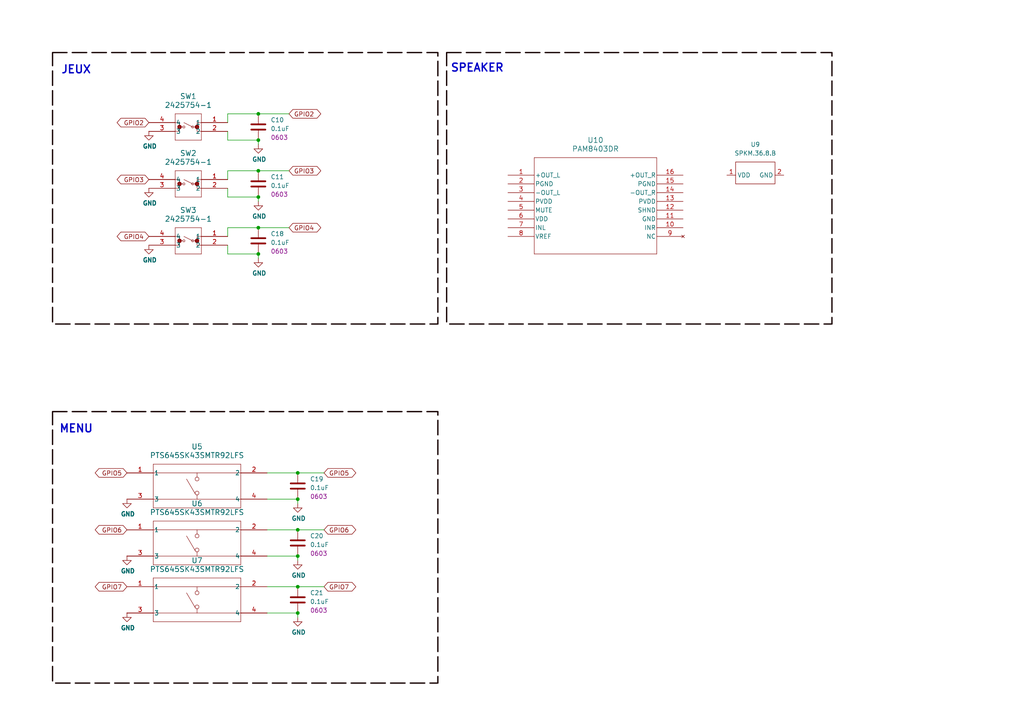
<source format=kicad_sch>
(kicad_sch (version 20250114) (generator "eeschema") (generator_version "9.0")
  (paper "A4")
  (lib_symbols
    (symbol "Device:C" (pin_numbers (hide yes)) (pin_names (offset 0.254))
      (property "Reference" "C" (at 0.635 2.54 0))
      (property "Value" "C" (at 0.635 -2.54 0))
      (symbol "C_0_1"
        (polyline (pts (xy -2.032 0.762) (xy 2.032 0.762)) (stroke (width 0.508)))
        (polyline (pts (xy -2.032 -0.762) (xy 2.032 -0.762)) (stroke (width 0.508)))
      )
      (symbol "C_1_1"
        (pin passive line (at 0 3.81 270) (length 2.794) (name "~") (number "1"))
        (pin passive line (at 0 -3.81 90) (length 2.794) (name "~") (number "2"))
      )
    )
    (symbol "LIB:2425754-1" (pin_names (offset 0.254))
      (property "Reference" "SW" (at 11.43 7.62 0))
      (property "Value" "2425754-1" (at 12.7 5.08 0))
      (symbol "2425754-1_0_1"
        (polyline (pts (xy 7.62 2.54) (xy 7.62 -5.08)) (stroke (width 0.127)))
        (polyline (pts (xy 7.62 0) (xy 8.89 0)) (stroke (width 0.127)))
        (polyline (pts (xy 7.62 -5.08) (xy 15.24 -5.08)) (stroke (width 0.127)))
        (polyline (pts (xy 8.89 0) (xy 8.89 -2.54)) (stroke (width 0.127)))
        (polyline (pts (xy 8.89 -1.27) (xy 9.8425 -1.27)) (stroke (width 0.127)))
        (circle (center 8.89 -1.27) (radius 0.127) (stroke (width 0.508)))
        (polyline (pts (xy 8.89 -2.54) (xy 7.62 -2.54)) (stroke (width 0.127)))
        (polyline (pts (xy 10.16 -1.27) (xy 12.7 0)) (stroke (width 0.127)))
        (circle (center 10.16 -1.27) (radius 0.3048) (stroke (width 0.127)))
        (circle (center 12.7 -1.27) (radius 0.3048) (stroke (width 0.127)))
        (polyline (pts (xy 13.0175 -1.27) (xy 13.97 -1.27)) (stroke (width 0.127)))
        (polyline (pts (xy 13.97 0) (xy 13.97 -2.54)) (stroke (width 0.127)))
        (polyline (pts (xy 13.97 0) (xy 15.24 0)) (stroke (width 0.127)))
        (circle (center 13.97 -1.27) (radius 0.127) (stroke (width 0.508)))
        (polyline (pts (xy 13.97 -2.54) (xy 15.24 -2.54)) (stroke (width 0.127)))
        (polyline (pts (xy 15.24 2.54) (xy 7.62 2.54)) (stroke (width 0.127)))
        (polyline (pts (xy 15.24 -5.08) (xy 15.24 2.54)) (stroke (width 0.127)))
        (pin unspecified line (at 0 0 0) (length 7.62) (name "1") (number "1"))
        (pin unspecified line (at 0 -2.54 0) (length 7.62) (name "2") (number "2"))
        (pin unspecified line (at 22.86 0 180) (length 7.62) (name "4") (number "4"))
        (pin unspecified line (at 22.86 -2.54 180) (length 7.62) (name "3") (number "3"))
      )
    )
    (symbol "Library:PAM8403DR" (pin_names (offset 0.254))
      (property "Reference" "U" (at 25.4 10.16 0))
      (property "Value" "PAM8403DR" (at 25.4 7.62 0))
      (symbol "PAM8403DR_0_1"
        (polyline (pts (xy 7.62 5.08) (xy 7.62 -22.86)) (stroke (width 0.127)))
        (polyline (pts (xy 7.62 -22.86) (xy 43.18 -22.86)) (stroke (width 0.127)))
        (polyline (pts (xy 43.18 5.08) (xy 7.62 5.08)) (stroke (width 0.127)))
        (polyline (pts (xy 43.18 -22.86) (xy 43.18 5.08)) (stroke (width 0.127)))
        (pin output line (at 0 0 0) (length 7.62) (name "+OUT_L") (number "1"))
        (pin power_out line (at 0 -2.54 0) (length 7.62) (name "PGND") (number "2"))
        (pin output line (at 0 -5.08 0) (length 7.62) (name "-OUT_L") (number "3"))
        (pin power_in line (at 0 -7.62 0) (length 7.62) (name "PVDD") (number "4"))
        (pin unspecified line (at 0 -10.16 0) (length 7.62) (name "MUTE") (number "5"))
        (pin power_in line (at 0 -12.7 0) (length 7.62) (name "VDD") (number "6"))
        (pin unspecified line (at 0 -15.24 0) (length 7.62) (name "INL") (number "7"))
        (pin power_in line (at 0 -17.78 0) (length 7.62) (name "VREF") (number "8"))
        (pin output line (at 50.8 0 180) (length 7.62) (name "+OUT_R") (number "16"))
        (pin power_out line (at 50.8 -2.54 180) (length 7.62) (name "PGND") (number "15"))
        (pin output line (at 50.8 -5.08 180) (length 7.62) (name "-OUT_R") (number "14"))
        (pin power_in line (at 50.8 -7.62 180) (length 7.62) (name "PVDD") (number "13"))
        (pin unspecified line (at 50.8 -10.16 180) (length 7.62) (name "SHND") (number "12"))
        (pin power_out line (at 50.8 -12.7 180) (length 7.62) (name "GND") (number "11"))
        (pin unspecified line (at 50.8 -15.24 180) (length 7.62) (name "INR") (number "10"))
        (pin no_connect line (at 50.8 -17.78 180) (length 7.62) (name "NC") (number "9"))
      )
    )
    (symbol "Library:PTS645SK43SMTR92LFS" (pin_names (offset 0.254))
      (property "Reference" "U" (at 20.32 7.62 0))
      (property "Value" "PTS645SK43SMTR92LFS" (at 20.32 5.08 0))
      (symbol "PTS645SK43SMTR92LFS_0_1"
        (polyline (pts (xy 7.62 2.54) (xy 7.62 -10.16)) (stroke (width 0.127)))
        (polyline (pts (xy 7.62 0) (xy 33.02 0)) (stroke (width 0.127)))
        (polyline (pts (xy 7.62 -7.62) (xy 33.02 -7.62)) (stroke (width 0.127)))
        (polyline (pts (xy 7.62 -10.16) (xy 33.02 -10.16)) (stroke (width 0.127)))
        (polyline (pts (xy 19.812 -6.096) (xy 17.272 -1.778)) (stroke (width 0.127)))
        (polyline (pts (xy 20.32 0) (xy 20.32 -1.27)) (stroke (width 0.127)))
        (circle (center 20.32 -1.778) (radius 0.5588) (stroke (width 0.127)))
        (circle (center 20.32 -5.842) (radius 0.5588) (stroke (width 0.127)))
        (polyline (pts (xy 20.32 -7.62) (xy 20.32 -6.35)) (stroke (width 0.127)))
        (polyline (pts (xy 33.02 2.54) (xy 7.62 2.54)) (stroke (width 0.127)))
        (polyline (pts (xy 33.02 -10.16) (xy 33.02 2.54)) (stroke (width 0.127)))
        (pin unspecified line (at 0 0 0) (length 7.62) (name "1") (number "1"))
        (pin unspecified line (at 0 -7.62 0) (length 7.62) (name "3") (number "3"))
        (pin unspecified line (at 40.64 0 180) (length 7.62) (name "2") (number "2"))
        (pin unspecified line (at 40.64 -7.62 180) (length 7.62) (name "4") (number "4"))
      )
    )
    (symbol "Library:SPEAKER"
      (property "Reference" "U" (at 0 0 0))
      (property "Value" "SPKM.36.8.B" (at 0 0 0))
      (symbol "SPEAKER_0_1"
        (rectangle (start -1.27 1.27) (end 10.16 -5.08))
      )
      (symbol "SPEAKER_1_1"
        (pin input line (at -3.81 -2.54 0) (length 2.54) (name "VDD") (number "1"))
        (pin input line (at 12.7 -2.54 180) (length 2.54) (name "GND") (number "2"))
      )
    )
    (symbol "power:GND" (power) (pin_numbers (hide yes)) (pin_names (offset 0) (hide yes))
      (property "Value" "GND" (at 0 -3.81 0))
      (symbol "GND_0_1"
        (polyline (pts (xy 0 0) (xy 0 -1.27) (xy 1.27 -1.27) (xy 0 -2.54) (xy -1.27 -1.27) (xy 0 -1.27)))
      )
      (symbol "GND_1_1"
        (pin power_in line (at 0 0 270) (length 0) (name "~") (number "1"))
      )
    )
  )
  (rectangle (start 15.24 119.38) (end 127 198.12) (stroke (width 0.381) (type dash) (color 20 0 0 1)))
  (rectangle (start 15.24 15.24) (end 127 93.98) (stroke (width 0.381) (type dash) (color 20 0 0 1)))
  (rectangle (start 129.54 15.24) (end 241.3 93.98) (stroke (width 0.381) (type dash) (color 20 0 0 1)))
  (text "JEUX\n" (at 22.098 20.32 0) (effects (font (size 2.286 2.286) (thickness 0.4064) (bold yes))))
  (text "SPEAKER\n" (at 138.43 19.812 0) (effects (font (size 2.286 2.286) (thickness 0.4064) (bold yes))))
  (text "MENU" (at 22.098 124.46 0) (effects (font (size 2.286 2.286) (thickness 0.4064) (bold yes))))
  (junction (at 86.36 161.29))
  (junction (at 86.36 177.8))
  (junction (at 74.93 49.53))
  (junction (at 86.36 137.16))
  (junction (at 74.93 57.15))
  (junction (at 74.93 73.66))
  (junction (at 74.93 33.02))
  (junction (at 86.36 170.18))
  (junction (at 74.93 40.64))
  (junction (at 86.36 144.78))
  (junction (at 86.36 153.67))
  (junction (at 74.93 66.04))
  (wire (pts (xy 66.04 66.04) (xy 74.93 66.04)))
  (wire (pts (xy 66.04 40.64) (xy 74.93 40.64)))
  (wire (pts (xy 66.04 71.12) (xy 66.04 73.66)))
  (wire (pts (xy 66.04 35.56) (xy 66.04 33.02)))
  (wire (pts (xy 93.98 137.16) (xy 86.36 137.16)))
  (wire (pts (xy 83.82 49.53) (xy 74.93 49.53)))
  (wire (pts (xy 66.04 57.15) (xy 74.93 57.15)))
  (wire (pts (xy 77.47 170.18) (xy 86.36 170.18)))
  (wire (pts (xy 86.36 146.05) (xy 86.36 144.78)))
  (wire (pts (xy 66.04 73.66) (xy 74.93 73.66)))
  (wire (pts (xy 93.98 153.67) (xy 86.36 153.67)))
  (wire (pts (xy 74.93 41.91) (xy 74.93 40.64)))
  (wire (pts (xy 77.47 137.16) (xy 86.36 137.16)))
  (wire (pts (xy 93.98 170.18) (xy 86.36 170.18)))
  (wire (pts (xy 83.82 66.04) (xy 74.93 66.04)))
  (wire (pts (xy 77.47 144.78) (xy 86.36 144.78)))
  (wire (pts (xy 77.47 161.29) (xy 86.36 161.29)))
  (wire (pts (xy 66.04 33.02) (xy 74.93 33.02)))
  (wire (pts (xy 86.36 179.07) (xy 86.36 177.8)))
  (wire (pts (xy 66.04 54.61) (xy 66.04 57.15)))
  (wire (pts (xy 66.04 66.04) (xy 66.04 68.58)))
  (wire (pts (xy 66.04 38.1) (xy 66.04 40.64)))
  (wire (pts (xy 77.47 177.8) (xy 86.36 177.8)))
  (wire (pts (xy 66.04 49.53) (xy 74.93 49.53)))
  (wire (pts (xy 74.93 58.42) (xy 74.93 57.15)))
  (wire (pts (xy 77.47 153.67) (xy 86.36 153.67)))
  (wire (pts (xy 83.82 33.02) (xy 74.93 33.02)))
  (wire (pts (xy 74.93 74.93) (xy 74.93 73.66)))
  (wire (pts (xy 86.36 162.56) (xy 86.36 161.29)))
  (wire (pts (xy 66.04 49.53) (xy 66.04 52.07)))
  (global_label "GPIO6" (shape bidirectional) (at 36.83 153.67 180) (property "Intersheetrefs" "${INTERSHEET_REFS}" (effects (hide yes))))
  (global_label "GPIO5" (shape bidirectional) (at 36.83 137.16 180) (property "Intersheetrefs" "${INTERSHEET_REFS}" (effects (hide yes))))
  (global_label "GPIO6" (shape bidirectional) (at 93.98 153.67 0) (property "Intersheetrefs" "${INTERSHEET_REFS}" (effects (hide yes))))
  (global_label "GPIO4" (shape bidirectional) (at 43.18 68.58 180) (property "Intersheetrefs" "${INTERSHEET_REFS}" (effects (hide yes))))
  (global_label "GPIO3" (shape bidirectional) (at 43.18 52.07 180) (property "Intersheetrefs" "${INTERSHEET_REFS}" (effects (hide yes))))
  (global_label "GPIO5" (shape bidirectional) (at 93.98 137.16 0) (property "Intersheetrefs" "${INTERSHEET_REFS}" (effects (hide yes))))
  (global_label "GPIO2" (shape bidirectional) (at 83.82 33.02 0) (property "Intersheetrefs" "${INTERSHEET_REFS}" (effects (hide yes))))
  (global_label "GPIO7" (shape bidirectional) (at 36.83 170.18 180) (property "Intersheetrefs" "${INTERSHEET_REFS}" (effects (hide yes))))
  (global_label "GPIO7" (shape bidirectional) (at 93.98 170.18 0) (property "Intersheetrefs" "${INTERSHEET_REFS}" (effects (hide yes))))
  (global_label "GPIO4" (shape bidirectional) (at 83.82 66.04 0) (property "Intersheetrefs" "${INTERSHEET_REFS}" (effects (hide yes))))
  (global_label "GPIO3" (shape bidirectional) (at 83.82 49.53 0) (property "Intersheetrefs" "${INTERSHEET_REFS}" (effects (hide yes))))
  (global_label "GPIO2" (shape bidirectional) (at 43.18 35.56 180) (property "Intersheetrefs" "${INTERSHEET_REFS}" (effects (hide yes))))
  (symbol (lib_id "LIB:2425754-1") (at 66.04 68.58 0) (mirror y) (unit 1)
    (property "Reference" "SW3" (at 54.61 60.96 0) (effects (font (size 1.524 1.524))))
    (property "Value" "2425754-1" (at 54.61 63.5 0) (effects (font (size 1.524 1.524))))
    (property "Footprint" "Library:2425754-1_TEC" (effects (hide yes)))
    (property "Datasheet" "https://www.te.com/commerce/DocumentDelivery/DDEController?Action=srchrtrv&DocNm=alcoswitch-tactile-switches&DocType=Data+Sheet&DocLang=English&PartCntxt=2425754-1&DocFormat=pdf" (effects (hide yes)))
  )
  (symbol (lib_id "power:GND") (at 74.93 41.91 0) (unit 1)
    (property "Reference" "#PWR042" (effects (hide yes)))
    (property "Value" "GND" (at 75.184 46.228 0) (effects (font (bold yes))))
    (property "Description" "Power symbol creates a global label with name \"GND\" , ground" (effects (hide yes)))
  )
  (symbol (lib_id "LIB:2425754-1") (at 66.04 52.07 0) (mirror y) (unit 1)
    (property "Reference" "SW2" (at 54.61 44.45 0) (effects (font (size 1.524 1.524))))
    (property "Value" "2425754-1" (at 54.61 46.99 0) (effects (font (size 1.524 1.524))))
    (property "Footprint" "Library:2425754-1_TEC" (effects (hide yes)))
    (property "Datasheet" "https://www.te.com/commerce/DocumentDelivery/DDEController?Action=srchrtrv&DocNm=alcoswitch-tactile-switches&DocType=Data+Sheet&DocLang=English&PartCntxt=2425754-1&DocFormat=pdf" (effects (hide yes)))
  )
  (symbol (lib_id "Library:SPEAKER") (at 214.63 48.26 0) (unit 1)
    (property "Reference" "U9" (at 219.075 41.91 0))
    (property "Value" "SPKM.36.8.B" (at 219.075 44.45 0))
    (property "Footprint" "Library:SPEAKER" (effects (hide yes)))
    (property "Datasheet" "https://www.taoglas.com/datasheets/SPKM.36.8.B.pdf" (effects (hide yes)))
  )
  (symbol (lib_id "Device:C") (at 74.93 53.34 0) (unit 1)
    (property "Reference" "C11" (at 78.486 51.308 0) (effects (justify left)))
    (property "Value" "0.1uF" (at 78.486 53.848 0) (effects (justify left)))
    (property "Footprint" "Capacitor_SMD:C_0603_1608Metric" (effects (hide yes)))
    (property "Description" "Unpolarized capacitor" (effects (hide yes)))
    (property "PCKG" "0603" (at 81.026 56.388 0))
  )
  (symbol (lib_id "power:GND") (at 36.83 177.8 0) (unit 1)
    (property "Reference" "#PWR048" (effects (hide yes)))
    (property "Value" "GND" (at 37.084 182.118 0) (effects (font (bold yes))))
    (property "Description" "Power symbol creates a global label with name \"GND\" , ground" (effects (hide yes)))
  )
  (symbol (lib_id "power:GND") (at 43.18 71.12 0) (unit 1)
    (property "Reference" "#PWR045" (effects (hide yes)))
    (property "Value" "GND" (at 43.434 75.438 0) (effects (font (bold yes))))
    (property "Description" "Power symbol creates a global label with name \"GND\" , ground" (effects (hide yes)))
  )
  (symbol (lib_id "Library:PTS645SK43SMTR92LFS") (at 36.83 137.16 0) (unit 1)
    (property "Reference" "U5" (at 57.15 129.54 0) (effects (font (size 1.524 1.524))))
    (property "Value" "PTS645SK43SMTR92LFS" (at 57.15 132.08 0) (effects (font (size 1.524 1.524))))
    (property "Footprint" "Library:SWITCH_45SK43SMTR92LFS" (effects (hide yes)))
    (property "Datasheet" "PTS645SK43SMTR92LFS" (effects (hide yes)))
  )
  (symbol (lib_id "power:GND") (at 43.18 38.1 0) (unit 1)
    (property "Reference" "#PWR043" (effects (hide yes)))
    (property "Value" "GND" (at 43.434 42.418 0) (effects (font (bold yes))))
    (property "Description" "Power symbol creates a global label with name \"GND\" , ground" (effects (hide yes)))
  )
  (symbol (lib_id "Library:PTS645SK43SMTR92LFS") (at 36.83 170.18 0) (unit 1)
    (property "Reference" "U7" (at 57.15 162.56 0) (effects (font (size 1.524 1.524))))
    (property "Value" "PTS645SK43SMTR92LFS" (at 57.15 165.1 0) (effects (font (size 1.524 1.524))))
    (property "Footprint" "Library:SWITCH_45SK43SMTR92LFS" (effects (hide yes)))
    (property "Datasheet" "PTS645SK43SMTR92LFS" (effects (hide yes)))
  )
  (symbol (lib_id "Device:C") (at 86.36 157.48 0) (unit 1)
    (property "Reference" "C20" (at 89.916 155.448 0) (effects (justify left)))
    (property "Value" "0.1uF" (at 89.916 157.988 0) (effects (justify left)))
    (property "Footprint" "Capacitor_SMD:C_0603_1608Metric" (effects (hide yes)))
    (property "Description" "Unpolarized capacitor" (effects (hide yes)))
    (property "PCKG" "0603" (at 92.456 160.528 0))
  )
  (symbol (lib_id "Device:C") (at 86.36 173.99 0) (unit 1)
    (property "Reference" "C21" (at 89.916 171.958 0) (effects (justify left)))
    (property "Value" "0.1uF" (at 89.916 174.498 0) (effects (justify left)))
    (property "Footprint" "Capacitor_SMD:C_0603_1608Metric" (effects (hide yes)))
    (property "Description" "Unpolarized capacitor" (effects (hide yes)))
    (property "PCKG" "0603" (at 92.456 177.038 0))
  )
  (symbol (lib_id "Device:C") (at 86.36 140.97 0) (unit 1)
    (property "Reference" "C19" (at 89.916 138.938 0) (effects (justify left)))
    (property "Value" "0.1uF" (at 89.916 141.478 0) (effects (justify left)))
    (property "Footprint" "Capacitor_SMD:C_0603_1608Metric" (effects (hide yes)))
    (property "Description" "Unpolarized capacitor" (effects (hide yes)))
    (property "PCKG" "0603" (at 92.456 144.018 0))
  )
  (symbol (lib_id "power:GND") (at 36.83 161.29 0) (unit 1)
    (property "Reference" "#PWR047" (effects (hide yes)))
    (property "Value" "GND" (at 37.084 165.608 0) (effects (font (bold yes))))
    (property "Description" "Power symbol creates a global label with name \"GND\" , ground" (effects (hide yes)))
  )
  (symbol (lib_id "power:GND") (at 86.36 179.07 0) (unit 1)
    (property "Reference" "#PWR052" (effects (hide yes)))
    (property "Value" "GND" (at 86.614 183.388 0) (effects (font (bold yes))))
    (property "Description" "Power symbol creates a global label with name \"GND\" , ground" (effects (hide yes)))
  )
  (symbol (lib_id "power:GND") (at 86.36 146.05 0) (unit 1)
    (property "Reference" "#PWR050" (effects (hide yes)))
    (property "Value" "GND" (at 86.614 150.368 0) (effects (font (bold yes))))
    (property "Description" "Power symbol creates a global label with name \"GND\" , ground" (effects (hide yes)))
  )
  (symbol (lib_id "power:GND") (at 74.93 58.42 0) (unit 1)
    (property "Reference" "#PWR025" (effects (hide yes)))
    (property "Value" "GND" (at 75.184 62.738 0) (effects (font (bold yes))))
    (property "Description" "Power symbol creates a global label with name \"GND\" , ground" (effects (hide yes)))
  )
  (symbol (lib_id "power:GND") (at 74.93 74.93 0) (unit 1)
    (property "Reference" "#PWR028" (effects (hide yes)))
    (property "Value" "GND" (at 75.184 79.248 0) (effects (font (bold yes))))
    (property "Description" "Power symbol creates a global label with name \"GND\" , ground" (effects (hide yes)))
  )
  (symbol (lib_id "Library:PAM8403DR") (at 147.32 50.8 0) (unit 1)
    (property "Reference" "U10" (at 172.72 40.64 0) (effects (font (size 1.524 1.524))))
    (property "Value" "PAM8403DR" (at 172.72 43.18 0) (effects (font (size 1.524 1.524))))
    (property "Footprint" "Library:SOIC_8403DR_DIO" (effects (hide yes)))
    (property "Datasheet" "PAM8403DR" (effects (hide yes)))
  )
  (symbol (lib_id "Device:C") (at 74.93 36.83 0) (unit 1)
    (property "Reference" "C10" (at 78.486 34.798 0) (effects (justify left)))
    (property "Value" "0.1uF" (at 78.486 37.338 0) (effects (justify left)))
    (property "Footprint" "Capacitor_SMD:C_0603_1608Metric" (effects (hide yes)))
    (property "Description" "Unpolarized capacitor" (effects (hide yes)))
    (property "PCKG" "0603" (at 81.026 39.878 0))
  )
  (symbol (lib_id "power:GND") (at 86.36 162.56 0) (unit 1)
    (property "Reference" "#PWR051" (effects (hide yes)))
    (property "Value" "GND" (at 86.614 166.878 0) (effects (font (bold yes))))
    (property "Description" "Power symbol creates a global label with name \"GND\" , ground" (effects (hide yes)))
  )
  (symbol (lib_id "LIB:2425754-1") (at 66.04 35.56 0) (mirror y) (unit 1)
    (property "Reference" "SW1" (at 54.61 27.94 0) (effects (font (size 1.524 1.524))))
    (property "Value" "2425754-1" (at 54.61 30.48 0) (effects (font (size 1.524 1.524))))
    (property "Footprint" "Library:2425754-1_TEC" (effects (hide yes)))
    (property "Datasheet" "https://www.te.com/commerce/DocumentDelivery/DDEController?Action=srchrtrv&DocNm=alcoswitch-tactile-switches&DocType=Data+Sheet&DocLang=English&PartCntxt=2425754-1&DocFormat=pdf" (effects (hide yes)))
  )
  (symbol (lib_id "power:GND") (at 36.83 144.78 0) (unit 1)
    (property "Reference" "#PWR046" (effects (hide yes)))
    (property "Value" "GND" (at 37.084 149.098 0) (effects (font (bold yes))))
    (property "Description" "Power symbol creates a global label with name \"GND\" , ground" (effects (hide yes)))
  )
  (symbol (lib_id "Device:C") (at 74.93 69.85 0) (unit 1)
    (property "Reference" "C18" (at 78.486 67.818 0) (effects (justify left)))
    (property "Value" "0.1uF" (at 78.486 70.358 0) (effects (justify left)))
    (property "Footprint" "Capacitor_SMD:C_0603_1608Metric" (effects (hide yes)))
    (property "Description" "Unpolarized capacitor" (effects (hide yes)))
    (property "PCKG" "0603" (at 81.026 72.898 0))
  )
  (symbol (lib_id "Library:PTS645SK43SMTR92LFS") (at 36.83 153.67 0) (unit 1)
    (property "Reference" "U6" (at 57.15 146.05 0) (effects (font (size 1.524 1.524))))
    (property "Value" "PTS645SK43SMTR92LFS" (at 57.15 148.59 0) (effects (font (size 1.524 1.524))))
    (property "Footprint" "Library:SWITCH_45SK43SMTR92LFS" (effects (hide yes)))
    (property "Datasheet" "PTS645SK43SMTR92LFS" (effects (hide yes)))
  )
  (symbol (lib_id "power:GND") (at 43.18 54.61 0) (unit 1)
    (property "Reference" "#PWR044" (effects (hide yes)))
    (property "Value" "GND" (at 43.434 58.928 0) (effects (font (bold yes))))
    (property "Description" "Power symbol creates a global label with name \"GND\" , ground" (effects (hide yes)))
  )
)
</source>
